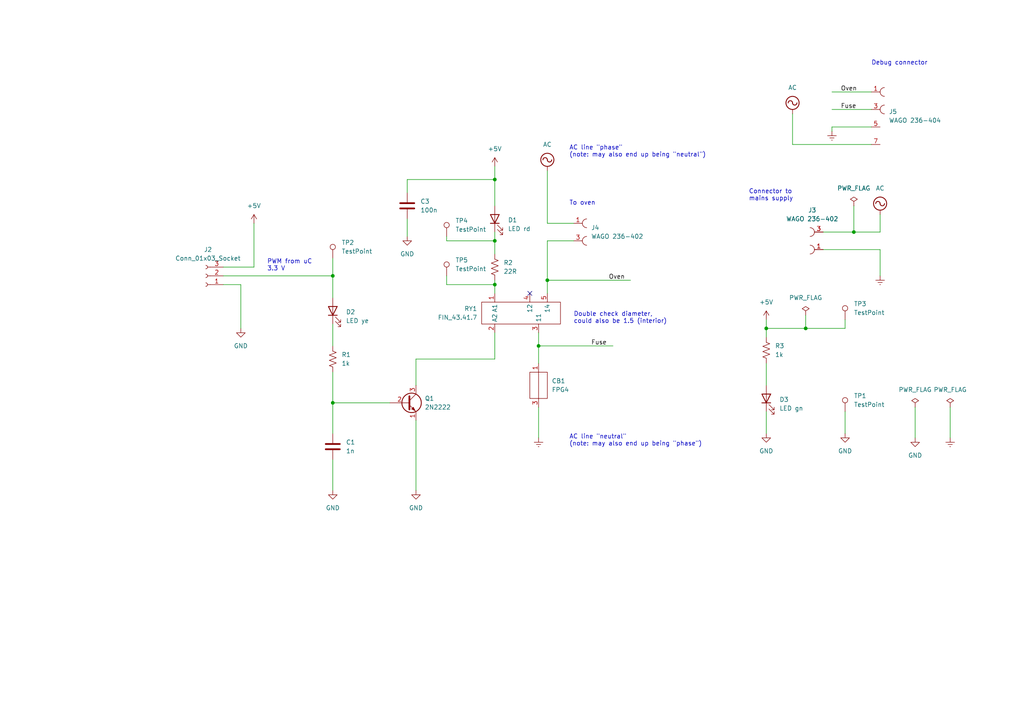
<source format=kicad_sch>
(kicad_sch (version 20230121) (generator eeschema)
  (paper "A4")
  (title_block (title "Reflow Oven Controller") (date "2024-01-22") (company "Philipp Rapp"))
  (lib_symbols
    (symbol "Connector:Conn_01x03_Socket" (pin_names (offset 1.016) hide)
      (property "Reference" "J" (at 0 5.08 0))
      (property "Value" "Conn_01x03_Socket" (at 0 -5.08 0))
      (symbol "Conn_01x03_Socket_1_1"
        (arc (start 0 -2.032) (mid -0.5058 -2.54) (end 0 -3.048) (stroke (width 0.1524)))
        (polyline (pts (xy -1.27 -2.54) (xy -0.508 -2.54)) (stroke (width 0.1524)))
        (polyline (pts (xy -1.27 0) (xy -0.508 0)) (stroke (width 0.1524)))
        (polyline (pts (xy -1.27 2.54) (xy -0.508 2.54)) (stroke (width 0.1524)))
        (arc (start 0 0.508) (mid -0.5058 0) (end 0 -0.508) (stroke (width 0.1524)))
        (arc (start 0 3.048) (mid -0.5058 2.54) (end 0 2.032) (stroke (width 0.1524)))
        (pin passive line (at -5.08 2.54 0) (length 3.81) (name "Pin_1") (number "1"))
        (pin passive line (at -5.08 0 0) (length 3.81) (name "Pin_2") (number "2"))
        (pin passive line (at -5.08 -2.54 0) (length 3.81) (name "Pin_3") (number "3"))
      )
    )
    (symbol "Connector:TestPoint" (pin_numbers hide) (pin_names (offset 0.762) hide)
      (property "Reference" "TP" (at 0 6.858 0))
      (property "Value" "TestPoint" (at 0 5.08 0))
      (symbol "TestPoint_0_1"
        (circle (center 0 3.302) (radius 0.762))
      )
      (symbol "TestPoint_1_1"
        (pin passive line (at 0 0 90) (length 2.54) (name "1") (number "1"))
      )
    )
    (symbol "Device:C" (pin_numbers hide) (pin_names (offset 0.254))
      (property "Reference" "C" (at 0.635 2.54 0))
      (property "Value" "C" (at 0.635 -2.54 0))
      (symbol "C_0_1"
        (polyline (pts (xy -2.032 -0.762) (xy 2.032 -0.762)) (stroke (width 0.508)))
        (polyline (pts (xy -2.032 0.762) (xy 2.032 0.762)) (stroke (width 0.508)))
      )
      (symbol "C_1_1"
        (pin passive line (at 0 3.81 270) (length 2.794) (name "~") (number "1"))
        (pin passive line (at 0 -3.81 90) (length 2.794) (name "~") (number "2"))
      )
    )
    (symbol "Device:LED" (pin_numbers hide) (pin_names (offset 1.016) hide)
      (property "Reference" "D" (at 0 2.54 0))
      (property "Value" "LED" (at 0 -2.54 0))
      (symbol "LED_0_1"
        (polyline (pts (xy -1.27 -1.27) (xy -1.27 1.27)) (stroke (width 0.254)))
        (polyline (pts (xy -1.27 0) (xy 1.27 0)))
        (polyline (pts (xy 1.27 -1.27) (xy 1.27 1.27) (xy -1.27 0) (xy 1.27 -1.27)) (stroke (width 0.254)))
        (polyline (pts (xy -3.048 -0.762) (xy -4.572 -2.286) (xy -3.81 -2.286) (xy -4.572 -2.286) (xy -4.572 -1.524)))
        (polyline (pts (xy -1.778 -0.762) (xy -3.302 -2.286) (xy -2.54 -2.286) (xy -3.302 -2.286) (xy -3.302 -1.524)))
      )
      (symbol "LED_1_1"
        (pin passive line (at -3.81 0 0) (length 2.54) (name "K") (number "1"))
        (pin passive line (at 3.81 0 180) (length 2.54) (name "A") (number "2"))
      )
    )
    (symbol "Device:R_US" (pin_numbers hide) (pin_names (offset 0))
      (property "Reference" "R" (at 2.54 0 90))
      (property "Value" "R_US" (at -2.54 0 90))
      (symbol "R_US_0_1"
        (polyline (pts (xy 0 -2.286) (xy 0 -2.54)))
        (polyline (pts (xy 0 2.286) (xy 0 2.54)))
        (polyline (pts (xy 0 -0.762) (xy 1.016 -1.143) (xy 0 -1.524) (xy -1.016 -1.905) (xy 0 -2.286)))
        (polyline (pts (xy 0 0.762) (xy 1.016 0.381) (xy 0 0) (xy -1.016 -0.381) (xy 0 -0.762)))
        (polyline (pts (xy 0 2.286) (xy 1.016 1.905) (xy 0 1.524) (xy -1.016 1.143) (xy 0 0.762)))
      )
      (symbol "R_US_1_1"
        (pin passive line (at 0 3.81 270) (length 1.27) (name "~") (number "1"))
        (pin passive line (at 0 -3.81 90) (length 1.27) (name "~") (number "2"))
      )
    )
    (symbol "controller:2N2222" (pin_names hide)
      (property "Reference" "Q" (at 5.715 1.27 0))
      (property "Value" "2N2222" (at 8.763 -1.27 0))
      (symbol "2N2222_0_1"
        (polyline (pts (xy 0.635 0.635) (xy 2.54 2.54)))
        (polyline (pts (xy 0.635 -0.635) (xy 2.54 -2.54) (xy 2.54 -2.54)))
        (polyline (pts (xy 0.635 1.905) (xy 0.635 -1.905) (xy 0.635 -1.905)) (stroke (width 0.508)))
        (polyline (pts (xy 1.27 -1.778) (xy 1.778 -1.27) (xy 2.286 -2.286) (xy 1.27 -1.778) (xy 1.27 -1.778)) (fill (type outline)))
        (circle (center 1.27 0) (radius 2.8194) (stroke (width 0.254)))
      )
      (symbol "2N2222_1_1"
        (pin passive line (at 2.54 -5.08 90) (length 2.54) (name "E") (number "1"))
        (pin input line (at -5.08 0 0) (length 5.715) (name "B") (number "2"))
        (pin passive line (at 2.54 5.08 270) (length 2.54) (name "C") (number "3"))
      )
    )
    (symbol "controller:FIN_43.41.7"
      (property "Reference" "RY" (at 2.54 3.81 0))
      (property "Value" "FIN_43.41.7" (at 2.54 -8.89 0))
      (symbol "FIN_43.41.7_0_1"
        (rectangle (start -7.62 2.54) (end 15.24 -3.81))
      )
      (symbol "FIN_43.41.7_1_1"
        (pin passive line (at -3.81 5.08 270) (length 2.54) (name "A1") (number "1"))
        (pin passive line (at -3.81 -6.35 90) (length 2.54) (name "A2") (number "2"))
        (pin passive line (at 8.89 -6.35 90) (length 2.54) (name "11") (number "3"))
        (pin passive line (at 6.35 5.08 270) (length 2.54) (name "12") (number "4"))
        (pin passive line (at 11.43 5.08 270) (length 2.54) (name "14") (number "5"))
      )
    )
    (symbol "controller:FPG4" (pin_names hide)
      (property "Reference" "CB" (at 0 3.81 0))
      (property "Value" "FPG4" (at 0 -3.81 0))
      (symbol "FPG4_0_1"
        (rectangle (start -3.81 2.54) (end 3.81 -2.54))
        (polyline (pts (xy -3.81 0) (xy 3.81 0)))
      )
      (symbol "FPG4_1_1"
        (pin passive line (at -6.35 0 0) (length 2.54) (name "A") (number "1"))
        (pin passive line (at -6.35 0 0) (length 2.54) hide (name "B") (number "2"))
        (pin passive line (at 6.35 0 180) (length 2.54) (name "C") (number "3"))
        (pin passive line (at 6.35 0 180) (length 2.54) hide (name "D") (number "4"))
      )
    )
    (symbol "controller:WAGO_236-402" (pin_names hide)
      (property "Reference" "J" (at 0 6.35 0))
      (property "Value" "WAGO 236-402" (at 0 -6.35 0))
      (symbol "WAGO_236-402_0_1"
        (arc (start 0 -2.54) (mid 0.372 -3.438) (end 1.27 -3.81))
        (arc (start 0 2.54) (mid 0.372 1.642) (end 1.27 1.27))
        (arc (start 1.27 -1.27) (mid 0.372 -1.642) (end 0 -2.54))
        (arc (start 1.27 3.81) (mid 0.372 3.438) (end 0 2.54))
      )
      (symbol "WAGO_236-402_1_1"
        (pin passive line (at -2.54 2.54 0) (length 2.54) (name "A") (number "1"))
        (pin passive line (at -2.54 2.54 0) (length 2.54) hide (name "B") (number "2"))
        (pin passive line (at -2.54 -2.54 0) (length 2.54) (name "C") (number "3"))
        (pin passive line (at -2.54 -2.54 0) (length 2.54) hide (name "D") (number "4"))
      )
    )
    (symbol "controller:WAGO_236-404" (pin_names hide)
      (property "Reference" "J" (at 0 12.7 0))
      (property "Value" "WAGO 236-404" (at 0 -11.43 0))
      (symbol "WAGO_236-404_0_1"
        (arc (start 0 2.54) (mid 0.372 1.642) (end 1.27 1.27))
        (arc (start 0 7.62) (mid 0.372 6.722) (end 1.27 6.35))
        (arc (start 1.27 3.81) (mid 0.372 3.438) (end 0 2.54))
        (arc (start 1.27 8.89) (mid 0.372 8.518) (end 0 7.62))
      )
      (symbol "WAGO_236-404_1_1"
        (pin passive line (at -2.54 7.62 0) (length 2.54) (name "A") (number "1"))
        (pin passive line (at -2.54 7.62 0) (length 2.54) hide (name "B") (number "2"))
        (pin passive line (at -2.54 2.54 0) (length 2.54) (name "C") (number "3"))
        (pin passive line (at -2.54 2.54 0) (length 2.54) hide (name "D") (number "4"))
        (pin passive line (at -2.54 -2.54 0) (length 2.54) (name "E") (number "5"))
        (pin passive line (at -2.54 -2.54 0) (length 2.54) hide (name "F") (number "6"))
        (pin passive line (at -2.54 -7.62 0) (length 2.54) (name "G") (number "7"))
        (pin passive line (at -2.54 -7.62 0) (length 2.54) hide (name "H") (number "8"))
      )
    )
    (symbol "power:+5V" (power) (pin_names (offset 0))
      (property "Value" "+5V" (at 0 3.556 0))
      (symbol "+5V_0_1"
        (polyline (pts (xy -0.762 1.27) (xy 0 2.54)))
        (polyline (pts (xy 0 0) (xy 0 2.54)))
        (polyline (pts (xy 0 2.54) (xy 0.762 1.27)))
      )
      (symbol "+5V_1_1"
        (pin power_in line (at 0 0 90) (length 0) hide (name "+5V") (number "1"))
      )
    )
    (symbol "power:AC" (power) (pin_names (offset 0))
      (property "Value" "AC" (at 0 6.35 0))
      (symbol "AC_0_1"
        (polyline (pts (xy 0 0) (xy 0 1.27)))
        (arc (start 0 3.175) (mid -0.635 3.8073) (end -1.27 3.175) (stroke (width 0.254)))
        (arc (start 0 3.175) (mid 0.635 2.5427) (end 1.27 3.175) (stroke (width 0.254)))
        (circle (center 0 3.175) (radius 1.905) (stroke (width 0.254)))
      )
      (symbol "AC_1_1"
        (pin power_in line (at 0 0 90) (length 0) hide (name "AC") (number "1"))
      )
    )
    (symbol "power:Earth" (power) (pin_names (offset 0))
      (symbol "Earth_0_1"
        (polyline (pts (xy -0.635 -1.905) (xy 0.635 -1.905)))
        (polyline (pts (xy -0.127 -2.54) (xy 0.127 -2.54)))
        (polyline (pts (xy 0 -1.27) (xy 0 0)))
        (polyline (pts (xy 1.27 -1.27) (xy -1.27 -1.27)))
      )
      (symbol "Earth_1_1"
        (pin power_in line (at 0 0 270) (length 0) hide (name "Earth") (number "1"))
      )
    )
    (symbol "power:GND" (power) (pin_names (offset 0))
      (property "Value" "GND" (at 0 -3.81 0))
      (symbol "GND_0_1"
        (polyline (pts (xy 0 0) (xy 0 -1.27) (xy 1.27 -1.27) (xy 0 -2.54) (xy -1.27 -1.27) (xy 0 -1.27)))
      )
      (symbol "GND_1_1"
        (pin power_in line (at 0 0 270) (length 0) hide (name "GND") (number "1"))
      )
    )
    (symbol "power:PWR_FLAG" (power) (pin_numbers hide) (pin_names (offset 0) hide)
      (property "Value" "PWR_FLAG" (at 0 3.81 0))
      (symbol "PWR_FLAG_0_0"
        (pin power_out line (at 0 0 90) (length 0) (name "pwr") (number "1"))
      )
      (symbol "PWR_FLAG_0_1"
        (polyline (pts (xy 0 0) (xy 0 1.27) (xy -1.016 1.905) (xy 0 2.54) (xy 1.016 1.905) (xy 0 1.27)))
      )
    )
  )
  (junction (at 143.51 82.55))
  (junction (at 156.21 100.33))
  (junction (at 247.65 67.31))
  (junction (at 96.52 116.84))
  (junction (at 222.25 95.25))
  (junction (at 233.68 95.25))
  (junction (at 143.51 52.07))
  (junction (at 96.52 80.01))
  (junction (at 158.75 81.28))
  (junction (at 143.51 69.85))
  (no_connect (at 153.67 85.09))
  (wire (pts (xy 129.54 80.01) (xy 129.54 82.55)))
  (wire (pts (xy 233.68 91.44) (xy 233.68 95.25)))
  (wire (pts (xy 222.25 105.41) (xy 222.25 111.76)))
  (wire (pts (xy 73.66 77.47) (xy 73.66 64.77)))
  (wire (pts (xy 118.11 55.88) (xy 118.11 52.07)))
  (wire (pts (xy 96.52 93.98) (xy 96.52 100.33)))
  (wire (pts (xy 158.75 49.53) (xy 158.75 64.77)))
  (wire (pts (xy 143.51 52.07) (xy 143.51 59.69)))
  (wire (pts (xy 241.3 31.75) (xy 252.73 31.75)))
  (wire (pts (xy 247.65 59.69) (xy 247.65 67.31)))
  (wire (pts (xy 64.77 80.01) (xy 96.52 80.01)))
  (wire (pts (xy 233.68 95.25) (xy 245.11 95.25)))
  (wire (pts (xy 96.52 74.93) (xy 96.52 80.01)))
  (wire (pts (xy 222.25 119.38) (xy 222.25 125.73)))
  (wire (pts (xy 143.51 48.26) (xy 143.51 52.07)))
  (wire (pts (xy 143.51 67.31) (xy 143.51 69.85)))
  (wire (pts (xy 143.51 96.52) (xy 143.51 104.14)))
  (wire (pts (xy 275.59 118.11) (xy 275.59 127)))
  (wire (pts (xy 222.25 95.25) (xy 233.68 95.25)))
  (wire (pts (xy 118.11 63.5) (xy 118.11 68.58)))
  (wire (pts (xy 229.87 33.02) (xy 229.87 41.91)))
  (wire (pts (xy 129.54 68.58) (xy 129.54 69.85)))
  (wire (pts (xy 229.87 41.91) (xy 252.73 41.91)))
  (wire (pts (xy 64.77 82.55) (xy 69.85 82.55)))
  (wire (pts (xy 158.75 81.28) (xy 182.88 81.28)))
  (wire (pts (xy 247.65 67.31) (xy 255.27 67.31)))
  (wire (pts (xy 238.76 67.31) (xy 247.65 67.31)))
  (wire (pts (xy 96.52 116.84) (xy 96.52 125.73)))
  (wire (pts (xy 245.11 119.38) (xy 245.11 125.73)))
  (wire (pts (xy 96.52 116.84) (xy 113.03 116.84)))
  (wire (pts (xy 120.65 104.14) (xy 120.65 111.76)))
  (wire (pts (xy 222.25 95.25) (xy 222.25 97.79)))
  (wire (pts (xy 158.75 69.85) (xy 158.75 81.28)))
  (wire (pts (xy 222.25 92.71) (xy 222.25 95.25)))
  (wire (pts (xy 143.51 81.28) (xy 143.51 82.55)))
  (wire (pts (xy 69.85 82.55) (xy 69.85 95.25)))
  (wire (pts (xy 252.73 36.83) (xy 241.3 36.83)))
  (wire (pts (xy 156.21 118.11) (xy 156.21 127)))
  (wire (pts (xy 156.21 96.52) (xy 156.21 100.33)))
  (wire (pts (xy 241.3 26.67) (xy 252.73 26.67)))
  (wire (pts (xy 156.21 100.33) (xy 177.8 100.33)))
  (wire (pts (xy 158.75 64.77) (xy 166.37 64.77)))
  (wire (pts (xy 238.76 72.39) (xy 255.27 72.39)))
  (wire (pts (xy 156.21 100.33) (xy 156.21 105.41)))
  (wire (pts (xy 64.77 77.47) (xy 73.66 77.47)))
  (wire (pts (xy 129.54 69.85) (xy 143.51 69.85)))
  (wire (pts (xy 96.52 107.95) (xy 96.52 116.84)))
  (wire (pts (xy 255.27 62.23) (xy 255.27 67.31)))
  (wire (pts (xy 241.3 36.83) (xy 241.3 38.1)))
  (wire (pts (xy 96.52 133.35) (xy 96.52 142.24)))
  (wire (pts (xy 245.11 95.25) (xy 245.11 92.71)))
  (wire (pts (xy 143.51 82.55) (xy 143.51 85.09)))
  (wire (pts (xy 143.51 104.14) (xy 120.65 104.14)))
  (wire (pts (xy 118.11 52.07) (xy 143.51 52.07)))
  (wire (pts (xy 158.75 81.28) (xy 158.75 85.09)))
  (wire (pts (xy 96.52 80.01) (xy 96.52 86.36)))
  (wire (pts (xy 166.37 69.85) (xy 158.75 69.85)))
  (wire (pts (xy 143.51 69.85) (xy 143.51 73.66)))
  (wire (pts (xy 129.54 82.55) (xy 143.51 82.55)))
  (wire (pts (xy 265.43 118.11) (xy 265.43 127)))
  (wire (pts (xy 120.65 121.92) (xy 120.65 142.24)))
  (wire (pts (xy 255.27 72.39) (xy 255.27 80.01)))
  (text "Double check diameter,\ncould also be 1.5 (interior)" (at 166.37 93.98 0) (effects (font (size 1.27 1.27)) (justify left bottom)))
  (text "AC line \"phase\"\n(note: may also end up being \"neutral\")" (at 165.1 45.72 0) (effects (font (size 1.27 1.27)) (justify left bottom)))
  (text "Connector to\nmains supply" (at 217.17 58.42 0) (effects (font (size 1.27 1.27)) (justify left bottom)))
  (text "To oven" (at 165.1 59.69 0) (effects (font (size 1.27 1.27)) (justify left bottom)))
  (text "PWM from uC\n3.3 V" (at 77.47 78.74 0) (effects (font (size 1.27 1.27)) (justify left bottom)))
  (text "AC line \"neutral\"\n(note: may also end up being \"phase\")" (at 165.1 129.54 0) (effects (font (size 1.27 1.27)) (justify left bottom)))
  (text "Debug connector" (at 252.73 19.05 0) (effects (font (size 1.27 1.27)) (justify left bottom)))
  (label "Oven" (at 243.84 26.67 0))
  (label "Fuse" (at 171.45 100.33 0))
  (label "Fuse" (at 243.84 31.75 0))
  (label "Oven" (at 176.53 81.28 0))
  (symbol (lib_id "power:GND") (at 69.85 95.25 0) (unit 1)
    (property "Reference" "#PWR02" (effects hide))
    (property "Value" "GND" (at 69.85 100.33 0))
  )
  (symbol (lib_id "Device:R_US") (at 222.25 101.6 0) (unit 1)
    (property "Reference" "R3" (at 224.79 100.33 0) (effects (justify left)))
    (property "Value" "1k" (at 224.79 102.87 0) (effects (justify left)))
    (property "Footprint" "Resistor_THT:R_Axial_DIN0207_L6.3mm_D2.5mm_P10.16mm_Horizontal" (effects hide))
  )
  (symbol (lib_id "Connector:TestPoint") (at 245.11 92.71 0) (unit 1)
    (property "Reference" "TP3" (at 247.65 88.138 0) (effects (justify left)))
    (property "Value" "TestPoint" (at 247.65 90.678 0) (effects (justify left)))
    (property "Footprint" "TestPoint:TestPoint_Pad_2.0x2.0mm" (effects hide))
  )
  (symbol (lib_id "power:GND") (at 118.11 68.58 0) (unit 1)
    (property "Reference" "#PWR05" (effects hide))
    (property "Value" "GND" (at 118.11 73.66 0))
  )
  (symbol (lib_id "Connector:TestPoint") (at 245.11 119.38 0) (unit 1)
    (property "Reference" "TP1" (at 247.65 114.808 0) (effects (justify left)))
    (property "Value" "TestPoint" (at 247.65 117.348 0) (effects (justify left)))
    (property "Footprint" "TestPoint:TestPoint_Plated_Hole_D2.0mm" (effects hide))
  )
  (symbol (lib_id "controller:WAGO_236-404") (at 255.27 34.29 0) (unit 1)
    (property "Reference" "J5" (at 257.81 32.385 0) (effects (justify left)))
    (property "Value" "WAGO 236-404" (at 257.81 34.925 0) (effects (justify left)))
    (property "Footprint" "controller:WAGO 236-404" (effects hide))
  )
  (symbol (lib_id "controller:WAGO_236-402") (at 236.22 69.85 180) (unit 1)
    (property "Reference" "J3" (at 235.585 60.96 0))
    (property "Value" "WAGO 236-402" (at 235.585 63.5 0))
    (property "Footprint" "controller:WAGO 236-402" (effects hide))
  )
  (symbol (lib_id "Device:R_US") (at 96.52 104.14 0) (unit 1)
    (property "Reference" "R1" (at 99.06 102.87 0) (effects (justify left)))
    (property "Value" "1k" (at 99.06 105.41 0) (effects (justify left)))
    (property "Footprint" "Resistor_THT:R_Axial_DIN0207_L6.3mm_D2.5mm_P10.16mm_Horizontal" (effects hide))
  )
  (symbol (lib_id "power:AC") (at 229.87 33.02 0) (unit 1)
    (property "Reference" "#PWR016" (effects hide))
    (property "Value" "AC" (at 229.87 25.4 0))
  )
  (symbol (lib_id "Connector:Conn_01x03_Socket") (at 59.69 80.01 180) (unit 1)
    (property "Reference" "J2" (at 60.325 72.39 0))
    (property "Value" "Conn_01x03_Socket" (at 60.325 74.93 0))
    (property "Footprint" "Connector_PinSocket_2.54mm:PinSocket_1x03_P2.54mm_Vertical" (effects hide))
  )
  (symbol (lib_id "power:AC") (at 255.27 62.23 0) (unit 1)
    (property "Reference" "#PWR09" (effects hide))
    (property "Value" "AC" (at 255.27 54.61 0))
  )
  (symbol (lib_id "power:Earth") (at 275.59 127 0) (unit 1)
    (property "Reference" "#PWR014" (effects hide))
    (property "Value" "Earth" (effects hide))
  )
  (symbol (lib_id "power:GND") (at 222.25 125.73 0) (unit 1)
    (property "Reference" "#PWR011" (effects hide))
    (property "Value" "GND" (at 222.25 130.81 0))
  )
  (symbol (lib_id "Connector:TestPoint") (at 129.54 68.58 0) (unit 1)
    (property "Reference" "TP4" (at 132.08 64.008 0) (effects (justify left)))
    (property "Value" "TestPoint" (at 132.08 66.548 0) (effects (justify left)))
    (property "Footprint" "TestPoint:TestPoint_Pad_2.0x2.0mm" (effects hide))
  )
  (symbol (lib_id "power:GND") (at 96.52 142.24 0) (unit 1)
    (property "Reference" "#PWR01" (effects hide))
    (property "Value" "GND" (at 96.52 147.32 0))
  )
  (symbol (lib_id "power:GND") (at 245.11 125.73 0) (unit 1)
    (property "Reference" "#PWR013" (effects hide))
    (property "Value" "GND" (at 245.11 130.81 0))
  )
  (symbol (lib_id "Device:LED") (at 222.25 115.57 90) (unit 1)
    (property "Reference" "D3" (at 226.06 115.8875 90) (effects (justify right)))
    (property "Value" "LED gn" (at 226.06 118.4275 90) (effects (justify right)))
    (property "Footprint" "LED_THT:LED_D5.0mm" (effects hide))
  )
  (symbol (lib_id "Connector:TestPoint") (at 129.54 80.01 0) (unit 1)
    (property "Reference" "TP5" (at 132.08 75.438 0) (effects (justify left)))
    (property "Value" "TestPoint" (at 132.08 77.978 0) (effects (justify left)))
    (property "Footprint" "TestPoint:TestPoint_Pad_2.0x2.0mm" (effects hide))
  )
  (symbol (lib_id "Device:R_US") (at 143.51 77.47 0) (unit 1)
    (property "Reference" "R2" (at 146.05 76.2 0) (effects (justify left)))
    (property "Value" "22R" (at 146.05 78.74 0) (effects (justify left)))
    (property "Footprint" "Resistor_THT:R_Axial_DIN0207_L6.3mm_D2.5mm_P10.16mm_Horizontal" (effects hide))
  )
  (symbol (lib_id "power:+5V") (at 222.25 92.71 0) (unit 1)
    (property "Reference" "#PWR012" (effects hide))
    (property "Value" "+5V" (at 222.25 87.63 0))
  )
  (symbol (lib_id "power:GND") (at 120.65 142.24 0) (unit 1)
    (property "Reference" "#PWR03" (effects hide))
    (property "Value" "GND" (at 120.65 147.32 0))
  )
  (symbol (lib_id "controller:FIN_43.41.7") (at 147.32 90.17 0) (unit 1)
    (property "Reference" "RY1" (at 138.43 89.535 0) (effects (justify right)))
    (property "Value" "FIN_43.41.7" (at 138.43 92.075 0) (effects (justify right)))
    (property "Footprint" "controller:FIN 43.41.7" (effects hide))
  )
  (symbol (lib_id "power:PWR_FLAG") (at 275.59 118.11 0) (unit 1)
    (property "Reference" "#FLG04" (effects hide))
    (property "Value" "PWR_FLAG" (at 275.59 113.03 0))
  )
  (symbol (lib_id "power:PWR_FLAG") (at 247.65 59.69 0) (unit 1)
    (property "Reference" "#FLG01" (effects hide))
    (property "Value" "PWR_FLAG" (at 247.65 54.61 0))
  )
  (symbol (lib_id "power:Earth") (at 156.21 127 0) (unit 1)
    (property "Reference" "#PWR08" (effects hide))
    (property "Value" "Earth" (effects hide))
  )
  (symbol (lib_id "Connector:TestPoint") (at 96.52 74.93 0) (unit 1)
    (property "Reference" "TP2" (at 99.06 70.358 0) (effects (justify left)))
    (property "Value" "TestPoint" (at 99.06 72.898 0) (effects (justify left)))
    (property "Footprint" "TestPoint:TestPoint_Pad_2.0x2.0mm" (effects hide))
  )
  (symbol (lib_id "Device:C") (at 96.52 129.54 0) (unit 1)
    (property "Reference" "C1" (at 100.33 128.27 0) (effects (justify left)))
    (property "Value" "1n" (at 100.33 130.81 0) (effects (justify left)))
    (property "Footprint" "Capacitor_THT:C_Disc_D5.0mm_W2.5mm_P5.00mm" (effects hide))
  )
  (symbol (lib_id "Device:LED") (at 96.52 90.17 90) (unit 1)
    (property "Reference" "D2" (at 100.33 90.4875 90) (effects (justify right)))
    (property "Value" "LED ye" (at 100.33 93.0275 90) (effects (justify right)))
    (property "Footprint" "LED_THT:LED_D5.0mm" (effects hide))
  )
  (symbol (lib_id "controller:2N2222") (at 118.11 116.84 0) (unit 1)
    (property "Reference" "Q1" (at 123.19 115.57 0) (effects (justify left)))
    (property "Value" "2N2222" (at 123.19 118.11 0) (effects (justify left)))
    (property "Footprint" "controller:2N2222" (effects hide))
  )
  (symbol (lib_id "controller:FPG4") (at 156.21 111.76 270) (unit 1)
    (property "Reference" "CB1" (at 160.02 110.49 90) (effects (justify left)))
    (property "Value" "FPG4" (at 160.02 113.03 90) (effects (justify left)))
    (property "Footprint" "controller:FPG4" (effects hide))
  )
  (symbol (lib_id "power:Earth") (at 241.3 38.1 0) (unit 1)
    (property "Reference" "#PWR017" (effects hide))
    (property "Value" "Earth" (effects hide))
  )
  (symbol (lib_id "power:PWR_FLAG") (at 233.68 91.44 0) (unit 1)
    (property "Reference" "#FLG02" (effects hide))
    (property "Value" "PWR_FLAG" (at 233.68 86.36 0))
  )
  (symbol (lib_id "controller:WAGO_236-402") (at 168.91 67.31 0) (unit 1)
    (property "Reference" "J4" (at 171.45 66.04 0) (effects (justify left)))
    (property "Value" "WAGO 236-402" (at 171.45 68.58 0) (effects (justify left)))
    (property "Footprint" "controller:WAGO 236-402" (effects hide))
  )
  (symbol (lib_id "power:AC") (at 158.75 49.53 0) (unit 1)
    (property "Reference" "#PWR06" (effects hide))
    (property "Value" "AC" (at 158.75 41.91 0))
  )
  (symbol (lib_id "Device:LED") (at 143.51 63.5 90) (unit 1)
    (property "Reference" "D1" (at 147.32 63.8175 90) (effects (justify right)))
    (property "Value" "LED rd" (at 147.32 66.3575 90) (effects (justify right)))
    (property "Footprint" "LED_THT:LED_D5.0mm" (effects hide))
  )
  (symbol (lib_id "power:+5V") (at 73.66 64.77 0) (unit 1)
    (property "Reference" "#PWR07" (effects hide))
    (property "Value" "+5V" (at 73.66 59.69 0))
  )
  (symbol (lib_id "power:PWR_FLAG") (at 265.43 118.11 0) (unit 1)
    (property "Reference" "#FLG03" (effects hide))
    (property "Value" "PWR_FLAG" (at 265.43 113.03 0))
  )
  (symbol (lib_id "power:+5V") (at 143.51 48.26 0) (unit 1)
    (property "Reference" "#PWR04" (effects hide))
    (property "Value" "+5V" (at 143.51 43.18 0))
  )
  (symbol (lib_id "power:GND") (at 265.43 127 0) (unit 1)
    (property "Reference" "#PWR015" (effects hide))
    (property "Value" "GND" (at 265.43 132.08 0))
  )
  (symbol (lib_id "power:Earth") (at 255.27 80.01 0) (unit 1)
    (property "Reference" "#PWR010" (effects hide))
    (property "Value" "Earth" (effects hide))
  )
  (symbol (lib_id "Device:C") (at 118.11 59.69 0) (unit 1)
    (property "Reference" "C3" (at 121.92 58.42 0) (effects (justify left)))
    (property "Value" "100n" (at 121.92 60.96 0) (effects (justify left)))
    (property "Footprint" "Capacitor_THT:C_Disc_D5.0mm_W2.5mm_P2.50mm" (effects hide))
  )
)
</source>
